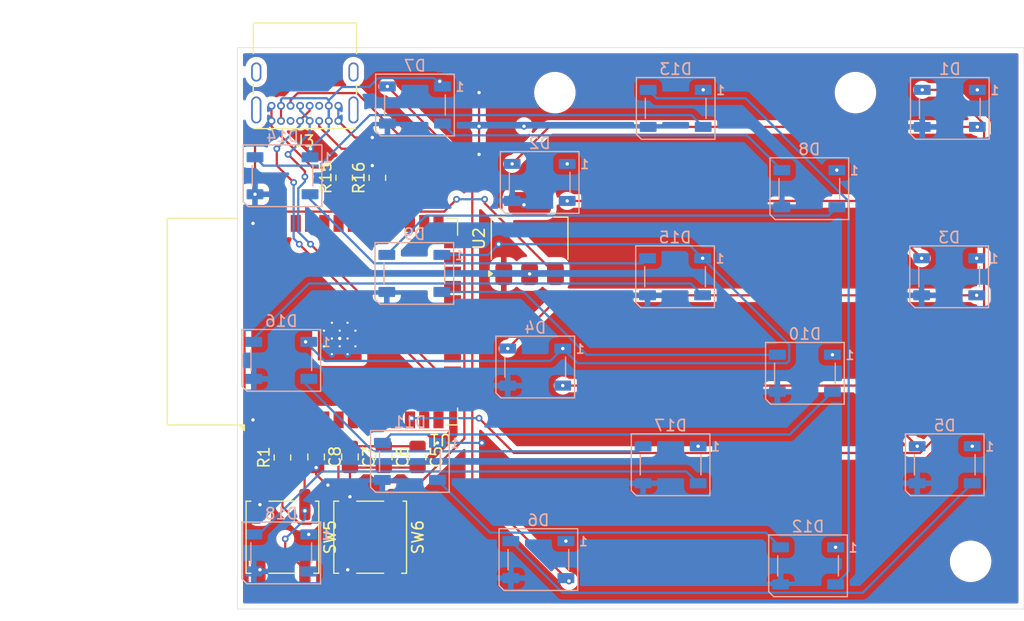
<source format=kicad_pcb>
(kicad_pcb (version 20241229) (generator "pcbnew") (generator_version "9.0")
  (layers (0 "F.Cu" signal) (2 "B.Cu" signal) (13 "F.Paste" user) (15 "B.Paste" user) (5 "F.SilkS" user "F.Silkscreen") (7 "B.SilkS" user "B.Silkscreen") (1 "F.Mask" user) (3 "B.Mask" user) (25 "Edge.Cuts" user))
  (net 0 "")
  (net 1 "GND")
  (net 2 "+3V3")
  (net 3 "RESET")
  (net 4 "WS2812B")
  (net 5 "+5V")
  (net 6 "Net-(D1-DOUT)")
  (net 7 "Net-(D2-DOUT)")
  (net 8 "Net-(D3-DOUT)")
  (net 9 "Net-(D4-DOUT)")
  (net 10 "Net-(D5-DOUT)")
  (net 11 "Net-(D6-DOUT)")
  (net 12 "Net-(D7-DOUT)")
  (net 13 "Net-(D8-DOUT)")
  (net 14 "Net-(D10-DIN)")
  (net 15 "Net-(D10-DOUT)")
  (net 16 "Net-(D11-DOUT)")
  (net 17 "Net-(D12-DOUT)")
  (net 18 "Net-(D13-DOUT)")
  (net 19 "Net-(D14-DOUT)")
  (net 20 "Net-(D15-DOUT)")
  (net 21 "Net-(D16-DOUT)")
  (net 22 "Net-(D17-DOUT)")
  (net 28 "D+")
  (net 29 "D-")
  (net 31 "Net-(J3-CC2)")
  (net 32 "Net-(J3-CC1)")
  (net 34 "BOOT")
  (footprint "Button_Switch_SMD:SW_Push_1P1T_NO_CK_KSC6xxJ" (layer "F.Cu") (at 124 80.1 90)
    (property "Reference" "SW5")
    (property "Value" "SW_Push")
  )
  (footprint "MountingHole:MountingHole_3.2mm_M3" (layer "F.Cu") (at 148.25 40.5)
    (property "Reference" "REF**" (hide yes))
    (property "Value" "MountingHole_3.2mm_M3")
  )
  (footprint "Capacitor_SMD:C_0805_2012Metric" (layer "F.Cu") (at 127 72.95 -90)
    (property "Reference" "C8")
    (property "Value" "1uF")
  )
  (footprint "Resistor_SMD:R_0805_2012Metric" (layer "F.Cu") (at 132.45 48.0875 90)
    (property "Reference" "R16")
    (property "Value" "5.1k")
  )
  (footprint "Capacitor_SMD:C_0805_2012Metric" (layer "F.Cu") (at 133.02 72.95 -90)
    (property "Reference" "C6")
    (property "Value" "10uF")
  )
  (footprint "Button_Switch_SMD:SW_Push_1P1T_NO_CK_KSC6xxJ" (layer "F.Cu") (at 131.81 80.1 90)
    (property "Reference" "SW6")
    (property "Value" "SW_Push")
  )
  (footprint "Capacitor_SMD:C_0805_2012Metric" (layer "F.Cu") (at 130.01 72.95 -90)
    (property "Reference" "C7")
    (property "Value" "1uF")
  )
  (footprint "RF_Module:ESP32-S3-WROOM-1" (layer "F.Cu") (at 126.64 60.9 90)
    (property "Reference" "U1")
    (property "Value" "ESP32-S3-WROOM-1")
  )
  (footprint "Package_TO_SOT_SMD:SOT-223-3_TabPin2" (layer "F.Cu") (at 146 53.5 90)
    (property "Reference" "U2")
    (property "Value" "AZ1117CH2-3.3")
  )
  (footprint "Resistor_SMD:R_0805_2012Metric" (layer "F.Cu") (at 124 73 90)
    (property "Reference" "R1")
    (property "Value" "5.1k")
  )
  (footprint "Connector_USB:USB_C_Receptacle_GCT_USB4085" (layer "F.Cu") (at 128.975 43.025 180)
    (property "Reference" "J3")
    (property "Value" "USB_C_Receptacle_USB2.0_16P")
  )
  (footprint "MountingHole:MountingHole_3.2mm_M3" (layer "F.Cu") (at 185.25 82.25)
    (property "Reference" "REF**" (hide yes))
    (property "Value" "MountingHole_3.2mm_M3" (hide yes))
  )
  (footprint "Resistor_SMD:R_0805_2012Metric" (layer "F.Cu") (at 129.5 48.0875 90)
    (property "Reference" "R15")
    (property "Value" "5.1k")
  )
  (footprint "MountingHole:MountingHole_3.2mm_M3" (layer "F.Cu") (at 175 40.5)
    (property "Reference" "REF**" (hide yes))
    (property "Value" "MountingHole_3.2mm_M3")
  )
  (footprint "Capacitor_SMD:C_0805_2012Metric" (layer "F.Cu") (at 136.03 72.95 -90)
    (property "Reference" "C5")
    (property "Value" "10uF")
  )
  (footprint "LED_SMD:LED_WS2812B_PLCC4_5.0x5.0mm_P3.2mm" (layer "B.Cu") (at 146.78 82.095 180)
    (property "Reference" "D6")
    (property "Value" "WS2812B")
  )
  (footprint "LED_SMD:LED_WS2812B_PLCC4_5.0x5.0mm_P3.2mm" (layer "B.Cu") (at 135.345 73.35 180)
    (property "Reference" "D11")
    (property "Value" "WS2812B")
  )
  (footprint "LED_SMD:LED_WS2812B_PLCC4_5.0x5.0mm_P3.2mm" (layer "B.Cu") (at 123.895 81.5 180)
    (property "Reference" "D18")
    (property "Value" "WS2812B")
  )
  (footprint "LED_SMD:LED_WS2812B_PLCC4_5.0x5.0mm_P3.2mm" (layer "B.Cu") (at 123.9 64.35 180)
    (property "Reference" "D16")
    (property "Value" "WS2812B")
  )
  (footprint "LED_SMD:LED_WS2812B_PLCC4_5.0x5.0mm_P3.2mm" (layer "B.Cu") (at 135.795 41.605 180)
    (property "Reference" "D7")
    (property "Value" "WS2812B")
  )
  (footprint "LED_SMD:LED_WS2812B_PLCC4_5.0x5.0mm_P3.2mm" (layer "B.Cu") (at 146.895 48.5 180)
    (property "Reference" "D2")
    (property "Value" "WS2812B")
  )
  (footprint "LED_SMD:LED_WS2812B_PLCC4_5.0x5.0mm_P3.2mm" (layer "B.Cu") (at 182.945 73.65 180)
    (property "Reference" "D5")
    (property "Value" "WS2812B")
  )
  (footprint "LED_SMD:LED_WS2812B_PLCC4_5.0x5.0mm_P3.2mm" (layer "B.Cu") (at 146.5 64.945 180)
    (property "Reference" "D4")
    (property "Value" "WS2812B")
  )
  (footprint "LED_SMD:LED_WS2812B_PLCC4_5.0x5.0mm_P3.2mm" (layer "B.Cu") (at 124.01 47.905 180)
    (property "Reference" "D14")
    (property "Value" "WS2812B")
  )
  (footprint "LED_SMD:LED_WS2812B_PLCC4_5.0x5.0mm_P3.2mm" (layer "B.Cu") (at 170.78 82.65 180)
    (property "Reference" "D12")
    (property "Value" "WS2812B")
  )
  (footprint "LED_SMD:LED_WS2812B_PLCC4_5.0x5.0mm_P3.2mm" (layer "B.Cu") (at 170.5 65.5 180)
    (property "Reference" "D10")
    (property "Value" "WS2812B")
  )
  (footprint "LED_SMD:LED_WS2812B_PLCC4_5.0x5.0mm_P3.2mm" (layer "B.Cu") (at 159 41.905 180)
    (property "Reference" "D13")
    (property "Value" "WS2812B")
  )
  (footprint "LED_SMD:LED_WS2812B_PLCC4_5.0x5.0mm_P3.2mm" (layer "B.Cu") (at 135.74 56.605 180)
    (property "Reference" "D9")
    (property "Value" "WS2812B")
  )
  (footprint "LED_SMD:LED_WS2812B_PLCC4_5.0x5.0mm_P3.2mm" (layer "B.Cu") (at 158.55 73.65 180)
    (property "Reference" "D17")
    (property "Value" "WS2812B")
  )
  (footprint "LED_SMD:LED_WS2812B_PLCC4_5.0x5.0mm_P3.2mm" (layer "B.Cu") (at 170.895 49.055 180)
    (property "Reference" "D8")
    (property "Value" "WS2812B")
  )
  (footprint "LED_SMD:LED_WS2812B_PLCC4_5.0x5.0mm_P3.2mm" (layer "B.Cu") (at 158.945 56.905 180)
    (property "Reference" "D15")
    (property "Value" "WS2812B")
  )
  (footprint "LED_SMD:LED_WS2812B_PLCC4_5.0x5.0mm_P3.2mm" (layer "B.Cu") (at 183.34 56.905 180)
    (property "Reference" "D3")
    (property "Value" "WS2812B")
  )
  (footprint "LED_SMD:LED_WS2812B_PLCC4_5.0x5.0mm_P3.2mm" (layer "B.Cu") (at 183.395 41.905 180)
    (property "Reference" "D1")
    (property "Value" "WS2812B")
  )
  (gr_rect (start 120 36.5) (end 190 86.5) (stroke (width 0.05)) (fill no) (layer "Edge.Cuts"))
  (segment (start 127 73.9) (end 127 74.5) (width 0.2) (layer "F.Cu") (net 1))
  (segment (start 126.680026 47.175) (end 132.45 47.175) (width 0.2) (layer "F.Cu") (net 1))
  (segment (start 130.01 76.5) (end 130.01 77) (width 0.2) (layer "F.Cu") (net 1))
  (segment (start 121.56 44.49) (end 123.025 43.025) (width 0.2) (layer "F.Cu") (net 1))
  (segment (start 123.025 43.025) (end 123.025 43.519974) (width 0.2) (layer "F.Cu") (net 1))
  (segment (start 127 74.5) (end 128 75.5) (width 0.2) (layer "F.Cu") (net 1))
  (segment (start 130.45 44.5) (end 132 44.5) (width 0.2) (layer "F.Cu") (net 1))
  (segment (start 130.01 73.9) (end 130.01 76.5) (width 0.2) (layer "F.Cu") (net 1))
  (segment (start 130.01 77) (end 129.81 77.2) (width 0.2) (layer "F.Cu") (net 1))
  (segment (start 121.56 49.555) (end 121.56 44.49) (width 0.2) (layer "F.Cu") (net 1))
  (segment (start 123.025 41.675) (end 123.025 43.025) (width 0.2) (layer "F.Cu") (net 1))
  (segment (start 123.025 43.519974) (end 126.680026 47.175) (width 0.2) (layer "F.Cu") (net 1))
  (segment (start 128.975 43.025) (end 130.45 44.5) (width 0.2) (layer "F.Cu") (net 1))
  (segment (start 141.5 46) (end 141.5 40.5) (width 0.2) (layer "F.Cu") (net 1))
  (segment (start 129.81 83) (end 129.81 77.2) (width 0.2) (layer "F.Cu") (net 1))
  (segment (start 136.03 73.9) (end 130.01 73.9) (width 0.2) (layer "F.Cu") (net 1))
  (via (at 129.81 83) (size 0.6) (drill 0.3) (layers "F.Cu" "B.Cu") (net 1))
  (via (at 141.5 40.5) (size 0.6) (drill 0.3) (layers "F.Cu" "B.Cu") (net 1))
  (via (at 145.5 50.5) (size 0.6) (drill 0.3) (layers "F.Cu" "B.Cu") (net 1))
  (via (at 146 56.65) (size 0.6) (drill 0.3) (layers "F.Cu" "B.Cu") (net 1))
  (via (at 130.01 76.5) (size 0.6) (drill 0.3) (layers "F.Cu" "B.Cu") (net 1))
  (via (at 141.5 46) (size 0.6) (drill 0.3) (layers "F.Cu" "B.Cu") (net 1))
  (via (at 121.38 52.15) (size 0.6) (drill 0.3) (layers "F.Cu" "B.Cu") (net 1))
  (via (at 129.1 62.4) (size 0.6) (drill 0.3) (layers "F.Cu" "B.Cu") (net 1))
  (via (at 132 47) (size 0.6) (drill 0.3) (layers "F.Cu" "B.Cu") (net 1))
  (via (at 145.5 43.5) (size 0.6) (drill 0.3) (layers "F.Cu" "B.Cu") (net 1))
  (via (at 128.051567 75.462328) (size 0.6) (drill 0.3) (layers "F.Cu" "B.Cu") (net 1))
  (via (at 127 73.9) (size 0.6) (drill 0.3) (layers "F.Cu" "B.Cu") (net 1))
  (via (at 141.5 43.5) (size 0.6) (drill 0.3) (layers "F.Cu" "B.Cu") (net 1))
  (via (at 121.38 69.65) (size 0.6) (drill 0.3) (layers "F.Cu" "B.Cu") (net 1))
  (via (at 122 83) (size 0.6) (drill 0.3) (layers "F.Cu" "B.Cu") (net 1))
  (via (at 132 44.5) (size 0.6) (drill 0.3) (layers "F.Cu" "B.Cu") (net 1))
  (via (at 122 77.2) (size 0.6) (drill 0.3) (layers "F.Cu" "B.Cu") (net 1))
  (via (at 121.56 49.555) (size 0.6) (drill 0.3) (layers "F.Cu" "B.Cu") (net 1))
  (segment (start 145.555 43.555) (end 145.5 43.5) (width 0.2) (layer "B.Cu") (net 1))
  (segment (start 132 44.5) (end 132 47) (width 0.2) (layer "B.Cu") (net 1))
  (segment (start 128.975 43.025) (end 128.975 41.675) (width 0.2) (layer "B.Cu") (net 1))
  (segment (start 156.55 43.555) (end 145.555 43.555) (width 0.2) (layer "B.Cu") (net 1))
  (segment (start 145.5 43.5) (end 141.5 43.5) (width 0.2) (layer "B.Cu") (net 1))
  (segment (start 120.629 51.099) (end 120.629 67.129) (width 0.2) (layer "F.Cu") (net 2))
  (segment (start 126.48516 78.901) (end 128.984 76.40216) (width 0.2) (layer "F.Cu") (net 2))
  (segment (start 148.3 56.65) (end 142 50.35) (width 0.2) (layer "F.Cu") (net 2))
  (segment (start 122.65 69.15) (end 122.65 69.65) (width 0.2) (layer "F.Cu") (net 2))
  (segment (start 120.629 67.129) (end 122.65 69.15) (width 0.2) (layer "F.Cu") (net 2))
  (segment (start 124 73.9125) (end 124 77.38616) (width 0.2) (layer "F.Cu") (net 2))
  (segment (start 122.65 72.5625) (end 124 73.9125) (width 0.2) (layer "F.Cu") (net 2))
  (segment (start 139.5 50) (end 138.401 51.099) (width 0.2) (layer "F.Cu") (net 2))
  (segment (start 124 77.38616) (end 125.51484 78.901) (width 0.2) (layer "F.Cu") (net 2))
  (segment (start 142 50.35) (end 142 50) (width 0.2) (layer "F.Cu") (net 2))
  (segment (start 130.01 72) (end 136.03 72) (width 0.2) (layer "F.Cu") (net 2))
  (segment (start 122.65 69.65) (end 122.65 72.5625) (width 0.2) (layer "F.Cu") (net 2))
  (segment (start 125.51484 78.901) (end 126.48516 78.901) (width 0.2) (layer "F.Cu") (net 2))
  (segment (start 138.401 51.099) (end 120.629 51.099) (width 0.2) (layer "F.Cu") (net 2))
  (segment (start 128.984 73.026) (end 130.01 72) (width 0.2) (layer "F.Cu") (net 2))
  (segment (start 128.984 76.40216) (end 128.984 73.026) (width 0.2) (layer "F.Cu") (net 2))
  (via (at 142 50) (size 0.6) (drill 0.3) (layers "F.Cu" "B.Cu") (net 2))
  (via (at 139.5 50) (size 0.6) (drill 0.3) (layers "F.Cu" "B.Cu") (net 2))
  (segment (start 142 50) (end 139.5 50) (width 0.2) (layer "B.Cu") (net 2))
  (segment (start 124 69.73) (end 123.92 69.65) (width 0.2) (layer "F.Cu") (net 3))
  (segment (start 124.0875 72) (end 124 72.0875) (width 0.2) (layer "F.Cu") (net 3))
  (segment (start 127 72) (end 125.974 73.026) (width 0.2) (layer "F.Cu") (net 3))
  (segment (start 126 83) (end 124.25 81.25) (width 0.2) (layer "F.Cu") (net 3))
  (segment (start 125.974 73.026) (end 125.974 77.174) (width 0.2) (layer "F.Cu") (net 3))
  (segment (start 124.25 81.25) (end 124.25 80.25) (width 0.2) (layer "F.Cu") (net 3))
  (segment (start 124 72.0875) (end 124 69.73) (width 0.2) (layer "F.Cu") (net 3))
  (segment (start 127 72) (end 124.0875 72) (width 0.2) (layer "F.Cu") (net 3))
  (segment (start 125.974 77.174) (end 126 77.2) (width 0.2) (layer "F.Cu") (net 3))
  (via (at 126 77.75) (size 0.6) (drill 0.3) (layers "F.Cu" "B.Cu") (net 3))
  (via (at 124.25 80.25) (size 0.6) (drill 0.3) (layers "F.Cu" "B.Cu") (net 3))
  (segment (start 126 78.5) (end 126 77.75) (width 0.2) (layer "B.Cu") (net 3))
  (segment (start 124.25 80.25) (end 126 78.5) (width 0.2) (layer "B.Cu") (net 3))
  (segment (start 180.945 40.255) (end 183.394943 40.255) (width 0.2) (layer "F.Cu") (net 4))
  (segment (start 186.446 66.898943) (end 180.743943 72.601) (width 0.2) (layer "F.Cu") (net 4))
  (segment (start 183.394943 40.255) (end 186.446 43.306057) (width 0.2) (layer "F.Cu") (net 4))
  (segment (start 186.446 43.306057) (end 186.446 66.898943) (width 0.2) (layer "F.Cu") (net 4))
  (segment (start 180.743943 72.601) (end 144.601 72.601) (width 0.2) (layer "F.Cu") (net 4))
  (segment (start 144.601 72.601) (end 141.5 69.5) (width 0.2) (layer "F.Cu") (net 4))
  (via (at 180.945 40.255) (size 0.6) (drill 0.3) (layers "F.Cu" "B.Cu") (net 4))
  (via (at 141.5 69.5) (size 0.6) (drill 0.3) (layers "F.Cu" "B.Cu") (net 4))
  (via (at 135.5 69.5) (size 0.6) (drill 0.3) (layers "F.Cu" "B.Cu") (net 4))
  (segment (start 141.5 69.5) (end 135.5 69.5) (width 0.2) (layer "B.Cu") (net 4))
  (segment (start 141.75 71.7) (end 141.75 72.965) (width 0.2) (layer "F.Cu") (net 5))
  (segment (start 123.875 43.025) (end 123.875 41.675) (width 0.2) (layer "F.Cu") (net 5))
  (segment (start 141.75 72.965) (end 149.23 80.445) (width 0.2) (layer "F.Cu") (net 5))
  (segment (start 128.125 43.025) (end 128.125 41.675) (width 0.2) (layer "F.Cu") (net 5))
  (via (at 126.345 79.85) (size 0.6) (drill 0.3) (layers "F.Cu" "B.Cu") (net 5))
  (via (at 185.845 40.255) (size 0.6) (drill 0.3) (layers "F.Cu" "B.Cu") (net 5))
  (via (at 148.95 63.295) (size 0.6) (drill 0.3) (layers "F.Cu" "B.Cu") (net 5))
  (via (at 161 72) (size 0.6) (drill 0.3) (layers "F.Cu" "B.Cu") (net 5))
  (via (at 173.23 81) (size 0.6) (drill 0.3) (layers "F.Cu" "B.Cu") (net 5))
  (via (at 149.345 46.85) (size 0.6) (drill 0.3) (layers "F.Cu" "B.Cu") (net 5))
  (via (at 161.395 55.255) (size 0.6) (drill 0.3) (layers "F.Cu" "B.Cu") (net 5))
  (via (at 138 39.5) (size 0.6) (drill 0.3) (layers "F.Cu" "B.Cu") (net 5))
  (via (at 126.5 45.5) (size 0.6) (drill 0.3) (layers "F.Cu" "B.Cu") (net 5))
  (via (at 143.25 54) (size 0.6) (drill 0.3) (layers "F.Cu" "B.Cu") (net 5))
  (via (at 172.95 63.85) (size 0.6) (drill 0.3) (layers "F.Cu" "B.Cu") (net 5))
  (via (at 149.23 80.445) (size 0.6) (drill 0.3) (layers "F.Cu" "B.Cu") (net 5))
  (via (at 173.345 47.405) (size 0.6) (drill 0.3) (layers "F.Cu" "B.Cu") (net 5))
  (via (at 126.065 62.7) (size 0.6) (drill 0.3) (layers "F.Cu" "B.Cu") (net 5))
  (via (at 141.75 71.7) (size 0.6) (drill 0.3) (layers "F.Cu" "B.Cu") (net 5))
  (via (at 185.79 55.255) (size 0.6) (drill 0.3) (layers "F.Cu" "B.Cu") (net 5))
  (via (at 185.395 72) (size 0.6) (drill 0.3) (layers "F.Cu" "B.Cu") (net 5))
  (via (at 137.795 71.7) (size 0.6) (drill 0.3) (layers "F.Cu" "B.Cu") (net 5))
  (via (at 161.45 40.255) (size 0.6) (drill 0.3) (layers "F.Cu" "B.Cu") (net 5))
  (segment (start 137.795 71.7) (end 141.75 71.7) (width 0.2) (layer "B.Cu") (net 5))
  (segment (start 147.844 64.401) (end 148.95 63.295) (width 0.2) (layer "B.Cu") (net 5))
  (segment (start 150.256 64.601) (end 168.874452 64.601) (width 0.2) (layer "B.Cu") (net 5))
  (segment (start 127.766 64.401) (end 147.844 64.401) (width 0.2) (layer "B.Cu") (net 5))
  (segment (start 126.46 45.54) (end 126.5 45.5) (width 0.2) (layer "B.Cu") (net 5))
  (segment (start 127.944974 41) (end 124 41) (width 0.2) (layer "B.Cu") (net 5))
  (segment (start 128.125 43.875) (end 126.5 45.5) (width 0.2) (layer "B.Cu") (net 5))
  (segment (start 138.19 54.955) (end 142.295 54.955) (width 0.2) (layer "B.Cu") (net 5))
  (segment (start 123.875 41.125) (end 123.875 41.675) (width 0.2) (layer "B.Cu") (net 5))
  (segment (start 128.125 41.180026) (end 129.305026 40) (width 0.2) (layer "B.Cu") (net 5))
  (segment (start 126.065 62.7) (end 127.766 64.401) (width 0.2) (layer "B.Cu") (net 5))
  (segment (start 141.75 71.7) (end 141.8 71.7) (width 0.2) (layer "B.Cu") (net 5))
  (segment (start 169.101 64.374452) (end 169.101 62.961) (width 0.2) (layer "B.Cu") (net 5))
  (segment (start 131.724548 40) (end 132.520548 39.204) (width 0.2) (layer "B.Cu") (net 5))
  (segment (start 137.494 39.204) (end 138.245 39.955) (width 0.2) (layer "B.Cu") (net 5))
  (segment (start 169.101 62.961) (end 161.395 55.255) (width 0.2) (layer "B.Cu") (net 5))
  (segment (start 124 41) (end 123.875 41.125) (width 0.2) (layer "B.Cu") (net 5))
  (segment (start 128.125 41.180026) (end 127.944974 41) (width 0.2) (layer "B.Cu") (net 5))
  (segment (start 161.395 55.255) (end 160.14 54) (width 0.2) (layer "B.Cu") (net 5))
  (segment (start 128.125 41.675) (end 128.125 41.180026) (width 0.2) (layer "B.Cu") (net 5))
  (segment (start 148.95 63.295) (end 150.256 64.601) (width 0.2) (layer "B.Cu") (net 5))
  (segment (start 142.295 54.955) (end 143.25 54) (width 0.2) (layer "B.Cu") (net 5))
  (segment (start 128.125 41.675) (end 128.125 43.875) (width 0.2) (layer "B.Cu") (net 5))
  (segment (start 126.46 46.255) (end 126.46 45.54) (width 0.2) (layer "B.Cu") (net 5))
  (segment (start 160.14 54) (end 143.25 54) (width 0.2) (layer "B.Cu") (net 5))
  (segment (start 132.520548 39.204) (end 137.494 39.204) (width 0.2) (layer "B.Cu") (net 5))
  (segment (start 129.305026 40) (end 131.724548 40) (width 0.2) (layer "B.Cu") (net 5))
  (segment (start 168.874452 64.601) (end 169.101 64.374452) (width 0.2) (layer "B.Cu") (net 5))
  (segment (start 147.74 43.555) (end 185.845 43.555) (width 0.2) (layer "F.Cu") (net 6))
  (segment (start 144.445 46.85) (end 147.74 43.555) (width 0.2) (layer "F.Cu") (net 6))
  (via (at 185.845 43.555) (size 0.6) (drill 0.3) (layers "F.Cu" "B.Cu") (net 6))
  (via (at 144.445 46.85) (size 0.6) (drill 0.3) (layers "F.Cu" "B.Cu") (net 6))
  (segment (start 149.345 50.15) (end 175.785 50.15) (width 0.2) (layer "F.Cu") (net 7))
  (segment (start 175.785 50.15) (end 180.89 55.255) (width 0.2) (layer "F.Cu") (net 7))
  (via (at 149.345 50.15) (size 0.6) (drill 0.3) (layers "F.Cu" "B.Cu") (net 7))
  (via (at 180.89 55.255) (size 0.6) (drill 0.3) (layers "F.Cu" "B.Cu") (net 7))
  (segment (start 148.79 58.555) (end 185.79 58.555) (width 0.2) (layer "F.Cu") (net 8))
  (segment (start 144.05 63.295) (end 148.79 58.555) (width 0.2) (layer "F.Cu") (net 8))
  (via (at 185.79 58.555) (size 0.6) (drill 0.3) (layers "F.Cu" "B.Cu") (net 8))
  (via (at 144.05 63.295) (size 0.6) (drill 0.3) (layers "F.Cu" "B.Cu") (net 8))
  (segment (start 175.09 66.595) (end 148.95 66.595) (width 0.2) (layer "F.Cu") (net 9))
  (segment (start 180.495 72) (end 175.09 66.595) (width 0.2) (layer "F.Cu") (net 9))
  (via (at 180.495 72) (size 0.6) (drill 0.3) (layers "F.Cu" "B.Cu") (net 9))
  (via (at 148.95 66.595) (size 0.6) (drill 0.3) (layers "F.Cu" "B.Cu") (net 9))
  (segment (start 148.936 85.051) (end 144.33 80.445) (width 0.2) (layer "B.Cu") (net 10))
  (segment (start 185.395 75.3) (end 175.644 85.051) (width 0.2) (layer "B.Cu") (net 10))
  (segment (start 175.644 85.051) (end 148.936 85.051) (width 0.2) (layer "B.Cu") (net 10))
  (segment (start 140.899 75.399) (end 149.5 84) (width 0.2) (layer "F.Cu") (net 11))
  (segment (start 140.899 47.509) (end 140.899 75.399) (width 0.2) (layer "F.Cu") (net 11))
  (segment (start 133.345 39.955) (end 140.899 47.509) (width 0.2) (layer "F.Cu") (net 11))
  (via (at 133.345 39.955) (size 0.6) (drill 0.3) (layers "F.Cu" "B.Cu") (net 11))
  (via (at 149.5 84) (size 0.6) (drill 0.3) (layers "F.Cu" "B.Cu") (net 11))
  (segment (start 138.245 43.255) (end 139.296 44.306) (width 0.2) (layer "B.Cu") (net 12))
  (segment (start 165.346 44.306) (end 168.445 47.405) (width 0.2) (layer "B.Cu") (net 12))
  (segment (start 139.296 44.306) (end 165.346 44.306) (width 0.2) (layer "B.Cu") (net 12))
  (segment (start 173.345 50.705) (end 172.594 51.456) (width 0.2) (layer "B.Cu") (net 13))
  (segment (start 172.594 51.456) (end 136.789 51.456) (width 0.2) (layer "B.Cu") (net 13))
  (segment (start 136.789 51.456) (end 133.29 54.955) (width 0.2) (layer "B.Cu") (net 13))
  (segment (start 145.485452 58.255) (end 151.080452 63.85) (width 0.2) (layer "B.Cu") (net 14))
  (segment (start 151.080452 63.85) (end 168.05 63.85) (width 0.2) (layer "B.Cu") (net 14))
  (segment (start 138.19 58.255) (end 145.485452 58.255) (width 0.2) (layer "B.Cu") (net 14))
  (segment (start 172.95 67.15) (end 169.151 70.949) (width 0.2) (layer "B.Cu") (net 15))
  (segment (start 169.151 70.949) (end 133.646 70.949) (width 0.2) (layer "B.Cu") (net 15))
  (segment (start 133.646 70.949) (end 132.895 71.7) (width 0.2) (layer "B.Cu") (net 15))
  (segment (start 142.489 79.694) (end 167.024 79.694) (width 0.2) (layer "B.Cu") (net 16))
  (segment (start 137.795 75) (end 142.489 79.694) (width 0.2) (layer "B.Cu") (net 16))
  (segment (start 167.024 79.694) (end 168.33 81) (width 0.2) (layer "B.Cu") (net 16))
  (segment (start 173.23 84.3) (end 174.396 83.134) (width 0.2) (layer "B.Cu") (net 17))
  (segment (start 174.396 83.134) (end 174.396 50.180548) (width 0.2) (layer "B.Cu") (net 17))
  (segment (start 174.396 50.180548) (end 165.221452 41.006) (width 0.2) (layer "B.Cu") (net 17))
  (segment (start 157.301 41.006) (end 156.55 40.255) (width 0.2) (layer "B.Cu") (net 17))
  (segment (start 165.221452 41.006) (end 157.301 41.006) (width 0.2) (layer "B.Cu") (net 17))
  (segment (start 131.786452 42.504) (end 127.284452 47.006) (width 0.2) (layer "B.Cu") (net 18))
  (segment (start 127.284452 47.006) (end 122.311 47.006) (width 0.2) (layer "B.Cu") (net 18))
  (segment (start 160.399 42.504) (end 131.786452 42.504) (width 0.2) (layer "B.Cu") (net 18))
  (segment (start 122.311 47.006) (end 121.56 46.255) (width 0.2) (layer "B.Cu") (net 18))
  (segment (start 161.45 43.555) (end 160.399 42.504) (width 0.2) (layer "B.Cu") (net 18))
  (segment (start 132.161001 55.706) (end 156.044 55.706) (width 0.2) (layer "B.Cu") (net 19))
  (segment (start 156.044 55.706) (end 156.495 55.255) (width 0.2) (layer "B.Cu") (net 19))
  (segment (start 126.46 50.004999) (end 132.161001 55.706) (width 0.2) (layer "B.Cu") (net 19))
  (segment (start 126.46 49.555) (end 126.46 50.004999) (width 0.2) (layer "B.Cu") (net 19))
  (segment (start 126.361 57.504) (end 121.165 62.7) (width 0.2) (layer "B.Cu") (net 20))
  (segment (start 160.344 57.504) (end 126.361 57.504) (width 0.2) (layer "B.Cu") (net 20))
  (segment (start 161.395 58.555) (end 160.344 57.504) (width 0.2) (layer "B.Cu") (net 20))
  (segment (start 126.065 66.449999) (end 132.066001 72.451) (width 0.2) (layer "B.Cu") (net 21))
  (segment (start 155.649 72.451) (end 156.1 72) (width 0.2) (layer "B.Cu") (net 21))
  (segment (start 132.066001 72.451) (end 155.649 72.451) (width 0.2) (layer "B.Cu") (net 21))
  (segment (start 126.065 66) (end 126.065 66.449999) (width 0.2) (layer "B.Cu") (net 21))
  (segment (start 161 75.3) (end 159.949 74.249) (width 0.2) (layer "B.Cu") (net 22))
  (segment (start 159.949 74.249) (end 127.500943 74.249) (width 0.2) (layer "B.Cu") (net 22))
  (segment (start 121.899943 79.85) (end 121.445 79.85) (width 0.2) (layer "B.Cu") (net 22))
  (segment (start 127.500943 74.249) (end 121.899943 79.85) (width 0.2) (layer "B.Cu") (net 22))
  (segment (start 126 47.5) (end 124.5 46) (width 0.2) (layer "F.Cu") (net 28))
  (segment (start 137.89 65.39) (end 126.5 54) (width 0.2) (layer "F.Cu") (net 28))
  (segment (start 137.89 69.65) (end 137.89 65.39) (width 0.2) (layer "F.Cu") (net 28))
  (segment (start 126 48) (end 126 47.5) (width 0.2) (layer "F.Cu") (net 28))
  (via (at 126 48) (size 0.6) (drill 0.3) (layers "F.Cu" "B.Cu") (net 28))
  (via (at 124.5 46) (size 0.6) (drill 0.3) (layers "F.Cu" "B.Cu") (net 28))
  (via (at 126.5 54) (size 0.6) (drill 0.3) (layers "F.Cu" "B.Cu") (net 28))
  (segment (start 125.409 49.030548) (end 126 48.439548) (width 0.2) (layer "B.Cu") (net 28))
  (segment (start 126 48.439548) (end 126 48) (width 0.2) (layer "B.Cu") (net 28))
  (segment (start 126.5 54) (end 125.409 52.909) (width 0.2) (layer "B.Cu") (net 28))
  (segment (start 125.575 41.675) (end 125.575 42.104346) (width 0.2) (layer "B.Cu") (net 28))
  (segment (start 126.425 42.954346) (end 126.425 43.025) (width 0.2) (layer "B.Cu") (net 28))
  (segment (start 126.425 43.025) (end 126.425 44.075) (width 0.2) (layer "B.Cu") (net 28))
  (segment (start 125.575 42.104346) (end 126.425 42.954346) (width 0.2) (layer "B.Cu") (net 28))
  (segment (start 126.425 44.075) (end 124.5 46) (width 0.2) (layer "B.Cu") (net 28))
  (segment (start 125.409 52.909) (end 125.409 49.030548) (width 0.2) (layer "B.Cu") (net 28))
  (segment (start 136.62 69.65) (end 136.62 65.12) (width 0.2) (layer "F.Cu") (net 29))
  (segment (start 126.425 41.675) (end 126.425 42.104346) (width 0.2) (layer "F.Cu") (net 29))
  (segment (start 125.575 42.954346) (end 125.575 43.025) (width 0.2) (layer "F.Cu") (net 29))
  (segment (start 123.5 47) (end 123.5 45.5) (width 0.2) (layer "F.Cu") (net 29))
  (segment (start 125 48.5) (end 123.5 47) (width 0.2) (layer "F.Cu") (net 29))
  (segment (start 126.425 42.104346) (end 125.575 42.954346) (width 0.2) (layer "F.Cu") (net 29))
  (segment (start 136.62 65.12) (end 125.5 54) (width 0.2) (layer "F.Cu") (net 29))
  (via (at 123.5 45.5) (size 0.6) (drill 0.3) (layers "F.Cu" "B.Cu") (net 29))
  (via (at 125 48.5) (size 0.6) (drill 0.3) (layers "F.Cu" "B.Cu") (net 29))
  (via (at 125.5 54) (size 0.6) (drill 0.3) (layers "F.Cu" "B.Cu") (net 29))
  (segment (start 123.5 45.5) (end 125.575 43.425) (width 0.2) (layer "B.Cu") (net 29))
  (segment (start 125 53.5) (end 125 48.5) (width 0.2) (layer "B.Cu") (net 29))
  (segment (start 125.575 43.425) (end 125.575 43.025) (width 0.2) (layer "B.Cu") (net 29))
  (segment (start 125.5 54) (end 125 53.5) (width 0.2) (layer "B.Cu") (net 29))
  (segment (start 130.5 50) (end 129.5 49) (width 0.2) (layer "F.Cu") (net 31))
  (segment (start 134.5 48.5) (end 133 50) (width 0.2) (layer "F.Cu") (net 31))
  (segment (start 130.636074 40.544) (end 134.5 44.407926) (width 0.2) (layer "F.Cu") (net 31))
  (segment (start 125.361026 40.544) (end 130.636074 40.544) (width 0.2) (layer "F.Cu") (net 31))
  (segment (start 134.5 44.407926) (end 134.5 48.5) (width 0.2) (layer "F.Cu") (net 31))
  (segment (start 124.725 41.675) (end 124.725 41.180026) (width 0.2) (layer "F.Cu") (net 31))
  (segment (start 124.725 41.180026) (end 125.361026 40.544) (width 0.2) (layer "F.Cu") (net 31))
  (segment (start 133 50) (end 130.5 50) (width 0.2) (layer "F.Cu") (net 31))
  (segment (start 127.275 43.519974) (end 129.255026 45.5) (width 0.2) (layer "F.Cu") (net 32))
  (segment (start 132.75 45.5) (end 133.75 46.5) (width 0.2) (layer "F.Cu") (net 32))
  (segment (start 127.275 43.025) (end 127.275 43.519974) (width 0.2) (layer "F.Cu") (net 32))
  (segment (start 133.75 47.7) (end 132.45 49) (width 0.2) (layer "F.Cu") (net 32))
  (segment (start 133.75 46.5) (end 133.75 47.7) (width 0.2) (layer "F.Cu") (net 32))
  (segment (start 129.255026 45.5) (end 132.75 45.5) (width 0.2) (layer "F.Cu") (net 32))
  (segment (start 140.191 53.164) (end 139.177 52.15) (width 0.2) (layer "F.Cu") (net 34))
  (segment (start 134.31 77.2) (end 140.191 71.319) (width 0.2) (layer "F.Cu") (net 34))
  (segment (start 140.191 71.319) (end 140.191 53.164) (width 0.2) (layer "F.Cu") (net 34))
  (segment (start 139.177 52.15) (end 137.89 52.15) (width 0.2) (layer "F.Cu") (net 34))
  (segment (start 133.81 83) (end 133.81 77.2) (width 0.2) (layer "F.Cu") (net 34))
  (segment (start 133.81 77.2) (end 134.31 77.2) (width 0.2) (layer "F.Cu") (net 34))
  (zone (net 5) (net_name "+5V") (layer "F.Cu") (connect_pads (clearance 0.5)) (min_thickness 0.25) (fill yes (thermal_gap 0.5) (thermal_bridge_width 0.5))
    (polygon (pts (xy 120 36.5) (xy 190 36.5) (xy 190 86.5) (xy 120 86.5)))
  )
  (zone (net 1) (net_name "GND") (layer "B.Cu") (priority 1) (connect_pads (clearance 0.5)) (min_thickness 0.25) (fill yes (thermal_gap 0.5) (thermal_bridge_width 0.5))
    (polygon (pts (xy 120 36.5) (xy 190 36.5) (xy 190 86.5) (xy 119.89 86.5) (xy 119.89 36.61)))
  )
)
</source>
